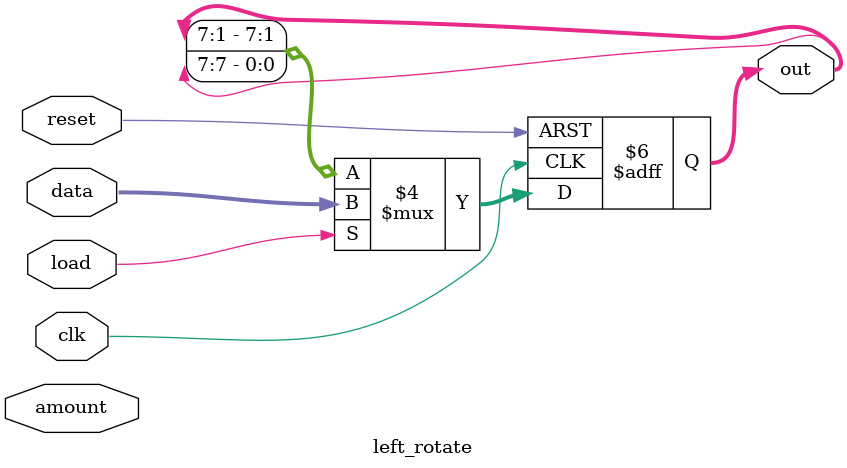
<source format=v>
module left_rotate(clk,reset,amount,data,load,out);
input clk,reset;
input [2:0] amount;
input [7:0] data;
input load;
output reg [7:0] out;
// when load is high, load data to out
// left shift and rotate the register out by amount bits
always @(posedge clk, posedge reset) begin
if(reset)
out <= 0;
else begin
if(load)
out <= data;
else begin
out <= {out[6:0],out[7]^out[2:7]};
out[7:0]<= {out[7:1],out[7:7]};
end
end
end
endmodule

</source>
